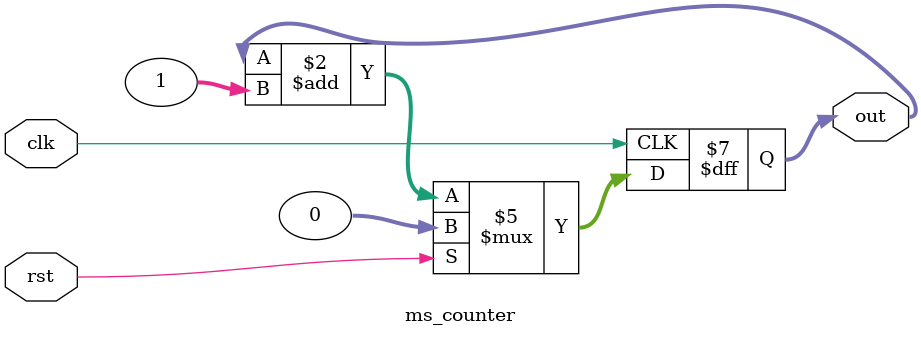
<source format=v>
`timescale 1ns / 1ps


module ms_counter(
    input rst,
    input clk,
    output reg [31:0] out
    );
    
    initial out = 0;
    
    // Synchronous reset
    always @(posedge clk) begin
        if (rst)
            out <= 0;
        else
            out <= out + 1;
    end
    
endmodule

</source>
